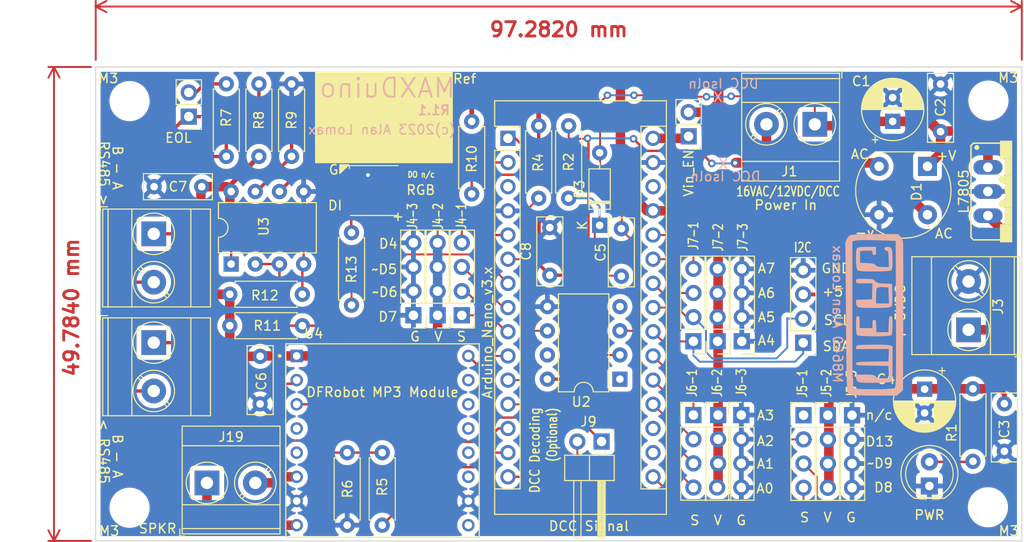
<source format=kicad_pcb>
(kicad_pcb (version 20211014) (generator pcbnew)
  (title_block (title "MAXDuino") (date "2023-05-26") (rev "1b") (comment 1 "RS485 / MP3 / LED / Sensor / I2C / DCC") (comment 2 "for Modular Rlwy Animations") (comment 3 "Arduino PCB"))
  (layers (0 "F.Cu" signal) (31 "B.Cu" signal) (34 "B.Paste" user) (35 "F.Paste" user) (36 "B.SilkS" user "B.Silkscreen") (37 "F.SilkS" user "F.Silkscreen") (38 "B.Mask" user) (39 "F.Mask" user) (44 "Edge.Cuts" user))
  (net 0 "")
  (net 1 "D1{slash}Tx")
  (net 2 "D0{slash}Rx")
  (net 4 "GND")
  (net 5 "D2 DE{slash}RE")
  (net 6 "DCC_Sig")
  (net 7 "D4")
  (net 8 "D5-PWM")
  (net 9 "D6-PWM")
  (net 10 "D7")
  (net 11 "D8")
  (net 12 "D9-PWM")
  (net 13 "D10")
  (net 14 "D11")
  (net 15 "D12")
  (net 16 "D13")
  (net 19 "A0")
  (net 20 "A1")
  (net 21 "A2")
  (net 22 "A3")
  (net 23 "A4 {slash} I2C SDA")
  (net 24 "A5 {slash} I2C SCL")
  (net 25 "A6")
  (net 26 "A7")
  (net 27 "+5V")
  (net 29 "Vin")
  (net 30 "Net-(C1-Pad1)")
  (net 31 "DCC_in1")
  (net 32 "Net-(C5-Pad1)")
  (net 33 "Net-(D2-Pad2)")
  (net 43 "Net-(J19-Pad1)")
  (net 44 "Net-(J19-Pad2)")
  (net 46 "Net-(J16-Pad1)")
  (net 47 "Net-(JR7-Pad2)")
  (net 48 "DCC_in2")
  (net 49 "Net-(J16-Pad2)")
  (net 50 "Net-(R5-Pad2)")
  (net 51 "D4-Hdr")
  (footprint "Diode_THT:Diode_Bridge_Round_D9.8mm" (layer "F.Cu") (at 189.484 81.9404 -90)
    (fp_text reference "D1")
    (fp_text value "B40C1500G" hide)
  )
  (footprint "Connector_PinHeader_2.54mm:PinHeader_1x04_P2.54mm_Vertical" (layer "F.Cu") (at 176.4628 108.0816)
    (fp_text reference "J5-1")
    (fp_text value "I/O" hide)
  )
  (footprint "Resistor_THT:R_Axial_DIN0207_L6.3mm_D2.5mm_P7.62mm_Horizontal" (layer "F.Cu") (at 123.815 95.377 180)
    (fp_text reference "R12")
    (fp_text value "10K" hide)
  )
  (footprint "MountingHole:MountingHole_3.2mm_M3" (layer "F.Cu") (at 195.834 117.7544)
    (fp_text reference "M3.2" hide)
    (fp_text value "M3")
  )
  (footprint "Connector_PinHeader_2.54mm:PinHeader_1x04_P2.54mm_Vertical" (layer "F.Cu") (at 164.8968 100.32 180)
    (fp_text reference "J7-1")
    (fp_text value "I/O" hide)
  )
  (footprint "MountingHole:MountingHole_3.2mm_M3" (layer "F.Cu") (at 195.8848 75.0316)
    (fp_text reference "M3.1" hide)
    (fp_text value "M3")
  )
  (footprint "DFRobot:MODULE_DFR0299" (layer "F.Cu") (at 132.2355 110.744)
    (fp_text reference "U4")
    (fp_text value "DFRobot MP3")
  )
  (footprint "Resistor_THT:R_Axial_DIN0207_L6.3mm_D2.5mm_P7.62mm_Horizontal" (layer "F.Cu") (at 122.682 80.899 90)
    (fp_text reference "R9")
    (fp_text value "20K" hide)
  )
  (footprint "Resistor_THT:R_Axial_DIN0207_L6.3mm_D2.5mm_P7.62mm_Horizontal" (layer "F.Cu") (at 119.253 80.899 90)
    (fp_text reference "R8")
    (fp_text value "20K" hide)
  )
  (footprint "Connector_PinHeader_2.54mm:PinHeader_1x04_P2.54mm_Vertical" (layer "F.Cu") (at 181.56 108.0816)
    (fp_text reference "J5-3")
    (fp_text value "GND" hide)
  )
  (footprint "Connector_PinHeader_2.54mm:PinHeader_1x04_P2.54mm_Vertical" (layer "F.Cu") (at 135.4836 97.5868 180)
    (fp_text reference "J4-3")
    (fp_text value "GND" hide)
  )
  (footprint "Capacitor_THT:CP_Radial_D6.3mm_P2.50mm" (layer "F.Cu") (at 185.8264 77.216 90)
    (fp_text reference "C1")
    (fp_text value "220uF")
  )
  (footprint "Resistor_THT:R_Axial_DIN0207_L6.3mm_D2.5mm_P7.62mm_Horizontal" (layer "F.Cu") (at 194.2592 105.3084 -90)
    (fp_text reference "R1")
    (fp_text value "6.8K")
  )
  (footprint "Resistor_THT:R_Axial_DIN0207_L6.3mm_D2.5mm_P7.62mm_Horizontal" (layer "F.Cu") (at 115.824 73.279 -90)
    (fp_text reference "R7")
    (fp_text value "120R" hide)
  )
  (footprint "Connector_PinHeader_2.54mm:PinHeader_1x02_P2.54mm_Vertical" (layer "F.Cu") (at 164.3888 78.7908 180)
    (fp_text reference "J2" hide)
    (fp_text value "Vin_EN")
  )
  (footprint "TerminalBlock_Phoenix:TerminalBlock_Phoenix_MKDS-3-2-5.08_1x02_P5.08mm_Horizontal" (layer "F.Cu") (at 113.792 115.189)
    (fp_text reference "J19")
    (fp_text value "SPKR")
  )
  (footprint "MountingHole:MountingHole_3.2mm_M3" (layer "F.Cu") (at 105.664 75.0824)
    (fp_text reference "M3.4" hide)
    (fp_text value "M3")
  )
  (footprint "Capacitor_THT:C_Disc_D7.0mm_W2.5mm_P5.00mm" (layer "F.Cu") (at 149.8092 93.3704 90)
    (fp_text reference "C8")
    (fp_text value "100nF")
  )
  (footprint "L7805:78XXS" (layer "F.Cu") (at 198.374 84.582 -90)
    (fp_text reference "U1" hide)
    (fp_text value "L7805")
  )
  (footprint "TerminalBlock_Phoenix:TerminalBlock_Phoenix_MKDS-3-2-5.08_1x02_P5.08mm_Horizontal" (layer "F.Cu") (at 108.204 100.457 -90)
    (fp_text reference "J17" hide)
    (fp_text value "< RS485")
  )
  (footprint "Connector_PinHeader_2.54mm:PinHeader_1x04_P2.54mm_Vertical" (layer "F.Cu") (at 167.4376 100.32 180)
    (fp_text reference "J7-2")
    (fp_text value "+5" hide)
  )
  (footprint "Connector_PinHeader_2.54mm:PinHeader_1x04_P2.54mm_Vertical" (layer "F.Cu") (at 179.0192 108.0816)
    (fp_text reference "J5-2")
    (fp_text value "+5" hide)
  )
  (footprint "Resistor_THT:R_Axial_DIN0207_L6.3mm_D2.5mm_P7.62mm_Horizontal" (layer "F.Cu") (at 132.207 119.634 90)
    (fp_text reference "R5")
    (fp_text value "680R" hide)
  )
  (footprint "Connector_PinHeader_2.54mm:PinHeader_1x04_P2.54mm_Vertical" (layer "F.Cu") (at 169.9768 100.32 180)
    (fp_text reference "J7-3")
    (fp_text value "GND" hide)
  )
  (footprint "Connector_PinHeader_2.54mm:PinHeader_1x04_P2.54mm_Vertical" (layer "F.Cu") (at 167.488 108.0616)
    (fp_text reference "J6-2")
    (fp_text value "+5" hide)
  )
  (footprint "Capacitor_THT:C_Disc_D7.0mm_W2.5mm_P5.00mm" (layer "F.Cu") (at 190.8556 78.2936 90)
    (fp_text reference "C2")
    (fp_text value "100nF" hide)
  )
  (footprint "" (layer "F.Cu") (at 131.191 78.613)
    (fp_text reference "")
    (fp_text value "")
  )
  (footprint "LED_THT:LED_D5.0mm" (layer "F.Cu") (at 189.6872 115.5192 90)
    (fp_text reference "D2" hide)
    (fp_text value "PWR")
  )
  (footprint "TerminalBlock_Phoenix:TerminalBlock_Phoenix_MKDS-3-2-5.08_1x02_P5.08mm_Horizontal" (layer "F.Cu") (at 193.802 99.1108 90)
    (fp_text reference "J3")
    (fp_text value "5VDC")
  )
  (footprint "Capacitor_THT:CP_Radial_D6.3mm_P2.50mm" (layer "F.Cu") (at 189.1792 105.345221 -90)
    (fp_text reference "C4")
    (fp_text value "220uF")
  )
  (footprint "Connector_PinHeader_2.54mm:PinHeader_1x04_P2.54mm_Vertical" (layer "F.Cu") (at 176.4284 100.4724 180)
    (fp_text reference "J8" hide)
    (fp_text value "I2C")
  )
  (footprint "Capacitor_THT:C_Disc_D7.0mm_W2.5mm_P5.00mm" (layer "F.Cu") (at 119.38 101.894 -90)
    (fp_text reference "C6")
    (fp_text value "100nF" hide)
  )
  (footprint "Capacitor_THT:C_Disc_D7.0mm_W2.5mm_P5.00mm" (layer "F.Cu") (at 113.244 84.074 180)
    (fp_text reference "C7")
    (fp_text value "100nF" hide)
  )
  (footprint "TerminalBlock_Phoenix:TerminalBlock_Phoenix_MKDS-3-2-5.08_1x02_P5.08mm_Horizontal" (layer "F.Cu") (at 177.6476 77.5208 180)
    (fp_text reference "J1")
    (fp_text value "16VAC/12VDC/DCC")
  )
  (footprint "Resistor_THT:R_Axial_DIN0207_L6.3mm_D2.5mm_P7.62mm_Horizontal" (layer "F.Cu") (at 141.605 84.836 90)
    (fp_text reference "R10")
    (fp_text value "10K" hide)
  )
  (footprint "Resistor_THT:R_Axial_DIN0207_L6.3mm_D2.5mm_P7.62mm_Horizontal" (layer "F.Cu") (at 128.524 112.014 -90)
    (fp_text reference "R6")
    (fp_text value "1K" hide)
  )
  (footprint "Capacitor_THT:C_Disc_D7.0mm_W2.5mm_P5.00mm" (layer "F.Cu") (at 197.5612 106.8724 -90)
    (fp_text reference "C3")
    (fp_text value "100nF" hide)
  )
  (footprint "Module:Arduino_Nano" (layer "F.Cu") (at 145.415 78.994)
    (fp_text reference "A1" hide)
    (fp_text value "Arduino_Nano_v3.x")
  )
  (footprint "TerminalBlock_Phoenix:TerminalBlock_Phoenix_MKDS-3-2-5.08_1x02_P5.08mm_Horizontal" (layer "F.Cu") (at 108.204 89.027 -90)
    (fp_text reference "J16" hide)
    (fp_text value "RS485 >")
  )
  (footprint "Connector_PinHeader_2.54mm:PinHeader_1x02_P2.54mm_Horizontal" (layer "F.Cu") (at 155.2448 110.8456 -90)
    (fp_text reference "J9")
    (fp_text value "DCC Signal")
  )
  (footprint "Connector_PinHeader_2.54mm:PinHeader_1x04_P2.54mm_Vertical" (layer "F.Cu") (at 164.8968 108.0616)
    (fp_text reference "J6-1")
    (fp_text value "I/O" hide)
  )
  (footprint "Diode_THT:D_DO-35_SOD27_P7.62mm_Horizontal" (layer "F.Cu") (at 155.0416 88.138 90)
    (fp_text reference "D3")
    (fp_text value "1N914")
  )
  (footprint "Package_DIP:DIP-8_W7.62mm" (layer "F.Cu") (at 116.332 92.202 90)
    (fp_text reference "U3")
    (fp_text value "MAX485E" hide)
  )
  (footprint "Package_DIP:DIP-8_W7.62mm" (layer "F.Cu") (at 157.1752 104.2924 180)
    (fp_text reference "U2")
    (fp_text value "6N137" hide)
  )
  (footprint "Connector_PinHeader_2.54mm:PinHeader_1x04_P2.54mm_Vertical" (layer "F.Cu") (at 138.0244 97.5868 180)
    (fp_text reference "J4-2")
    (fp_text value "+5" hide)
  )
  (footprint "Resistor_THT:R_Axial_DIN0207_L6.3mm_D2.5mm_P7.62mm_Horizontal" (layer "F.Cu") (at 123.815 98.679 180)
    (fp_text reference "R11")
    (fp_text value "10K" hide)
  )
  (footprint "Resistor_THT:R_Axial_DIN0207_L6.3mm_D2.5mm_P7.62mm_Horizontal" (layer "F.Cu") (at 151.7904 77.6732 -90)
    (fp_text reference "R2")
    (fp_text value "2K2" hide)
  )
  (footprint "MountingHole:MountingHole_3.2mm_M3" (layer "F.Cu") (at 105.664 117.8052)
    (fp_text reference "M3.3" hide)
    (fp_text value "M3")
  )
  (footprint "" (layer "F.Cu") (at 181.483 78.359)
    (fp_text reference "")
    (fp_text value "")
  )
  (footprint "Connector_PinHeader_2.54mm:PinHeader_1x04_P2.54mm_Vertical" (layer "F.Cu") (at 169.928 108.0616)
    (fp_text reference "J6-3")
    (fp_text value "GND" hide)
  )
  (footprint "LED_SMD:LED_Inolux_IN-PI554FCH_PLCC4_5.0x5.0mm_P3.2mm" (layer "F.Cu") (at 131.3688 84.4804)
    (fp_text reference "D4")
    (fp_text value "Inolux_IN-PI554FCH")
  )
  (footprint "Capacitor_THT:C_Disc_D7.0mm_W2.5mm_P5.00mm" (layer "F.Cu") (at 157.3276 93.4828 90)
    (fp_text reference "C5")
    (fp_text value ".001uF" hide)
  )
  (footprint "Resistor_THT:R_Axial_DIN0207_L6.3mm_D2.5mm_P7.62mm_Horizontal" (layer "F.Cu") (at 148.6408 85.2932 90)
    (fp_text reference "R4")
    (fp_text value "470R" hide)
  )
  (footprint "Resistor_THT:R_Axial_DIN0207_L6.3mm_D2.5mm_P7.62mm_Horizontal" (layer "F.Cu") (at 128.9812 96.52 90)
    (fp_text reference "R13")
    (fp_text value "330R" hide)
  )
  (footprint "Connector_PinHeader_2.54mm:PinHeader_1x04_P2.54mm_Vertical" (layer "F.Cu") (at 140.5652 97.5868 180)
    (fp_text reference "J4-1")
    (fp_text value "I/O" hide)
  )
  (footprint "Connector_PinHeader_2.54mm:PinHeader_1x02_P2.54mm_Vertical" (layer "F.Cu") (at 111.887 76.713 180)
    (fp_text reference "JR7" hide)
    (fp_text value "EOL")
  )
  (footprint "LOGO" (layer "B.Cu") (at 183.988086 97.488076 90)
    (fp_text reference "G***" hide)
    (fp_text value "LOGO" hide)
  )
  (gr_poly (pts (xy 127.762 82.6516) (xy 127.762 81.788) (xy 128.6764 81.788)) (layer "F.SilkS") (width 0.15) (fill solid))
  (gr_rect (start 125.222 72.0344) (end 139.5476 81.534) (layer "F.SilkS") (width 0.15) (fill solid))
  (gr_line (start 102.108 71.501) (end 199.39 71.501) (layer "Edge.Cuts") (width 0.1))
  (gr_line (start 199.39 121.285) (end 199.39 71.501) (layer "Edge.Cuts") (width 0.1))
  (gr_line (start 102.108 121.285) (end 102.108 71.501) (layer "Edge.Cuts") (width 0.1))
  (gr_line (start 102.108 121.285) (end 199.39 121.285) (layer "Edge.Cuts") (width 0.1))
  (gr_text "DCC Isoln" (at 168.0464 73.2536) (layer "B.SilkS") (effects (font (size 1 1)) (justify mirror)))
  (gr_text "X" (at 168.0464 81.6864) (layer "B.SilkS") (effects (font (size 1 1)) (justify mirror)))
  (gr_text "M8640 Alan Lomax " (at 180.0352 97.0788 270) (layer "B.SilkS") (effects (font (size 1 1)) (justify mirror)))
  (gr_text "R1.1" (at 137.6172 76.0476) (layer "B.SilkS") (effects (font (size 1 1) (thickness 0.2)) (justify mirror)))
  (gr_text "DCC Isoln" (at 168.2496 83.0072) (layer "B.SilkS") (effects (font (size 1 1)) (justify mirror)))
  (gr_text "MAXDuino" (at 132.7404 73.7108) (layer "B.SilkS") (effects (font (size 2 2) (thickness 0.2)) (justify mirror)))
  (gr_text "(c)2023 Alan Lomax " (at 131.7752 78.0796) (layer "B.SilkS") (effects (font (size 1 1)) (justify mirror)))
  (gr_text "X" (at 167.4876 74.676) (layer "B.SilkS") (effects (font (size 1 1)) (justify mirror)))
  (gr_text "D7" (at 132.7912 97.7392) (layer "F.SilkS") (effects (font (size 1 1))))
  (gr_text "+" (at 133.858 87.1728) (layer "F.SilkS") (effects (font (size 1 1))))
  (gr_text "-v" (at 182.88 88.9) (layer "F.SilkS") (effects (font (size 1 1))))
  (gr_text "A7" (at 172.5676 92.6592) (layer "F.SilkS") (effects (font (size 1 1))))
  (gr_text "+" (at 186.69 99.6188 90) (layer "F.SilkS") (effects (font (size 1 1))))
  (gr_text "D8" (at 184.8612 115.6716) (layer "F.SilkS") (effects (font (size 1 1))))
  (gr_text "B - A" (at 104.394 112.395 270) (layer "F.SilkS") (effects (font (size 1 1))))
  (gr_text "D4" (at 132.842 90.0684) (layer "F.SilkS") (effects (font (size 1 1))))
  (gr_text "A3" (at 172.466 108.1024) (layer "F.SilkS") (effects (font (size 1 1))))
  (gr_text "(Optional)" (at 150.0632 110.1344 90) (layer "F.SilkS") (effects (font (size 1 0.75))))
  (gr_text "A0" (at 172.4152 115.7732) (layer "F.SilkS") (effects (font (size 1 1))))
  (gr_text "S  V  G" (at 179.0192 118.8212) (layer "F.SilkS") (effects (font (size 1 1))))
  (gr_text "~D5" (at 132.4356 92.7608) (layer "F.SilkS") (effects (font (size 1 1))))
  (gr_text "A5" (at 172.5676 97.79) (layer "F.SilkS") (effects (font (size 1 1))))
  (gr_text "-" (at 186.7408 92.456 90) (layer "F.SilkS") (effects (font (size 1 1))))
  (gr_text "~D9" (at 184.5056 113.1316) (layer "F.SilkS") (effects (font (size 1 1))))
  (gr_text "DI" (at 127.254 86.0552) (layer "F.SilkS") (effects (font (size 1 1))))
  (gr_text "RGB" (at 136.2456 84.4296) (layer "F.SilkS") (effects (font (size 1 1))))
  (gr_text "Ref" (at 140.8684 72.7456) (layer "F.SilkS") (effects (font (size 1 1))))
  (gr_text "B - A" (at 104.394 82.0928 270) (layer "F.SilkS") (effects (font (size 1 1))))
  (gr_text "+5" (at 179.5272 95.0976) (layer "F.SilkS") (effects (font (size 1 1))))
  (gr_text "A4" (at 172.5676 100.2284) (layer "F.SilkS") (effects (font (size 1 1))))
  (gr_text "S  V  G" (at 167.4876 119.126) (layer "F.SilkS") (effects (font (size 1 1))))
  (gr_text "GND" (at 179.8828 92.6592) (layer "F.SilkS") (effects (font (size 1 1))))
  (gr_text "A6" (at 172.5676 95.25) (layer "F.SilkS") (effects (font (size 1 1))))
  (gr_text "SCL" (at 179.9844 98.0948) (layer "F.SilkS") (effects (font (size 1 1))))
  (gr_text "A2" (at 172.466 110.7948) (layer "F.SilkS") (effects (font (size 1 1))))
  (gr_text "+V" (at 191.4652 80.8228) (layer "F.SilkS") (effects (font (size 1 1))))
  (gr_text "A1" (at 172.466 113.1824) (layer "F.SilkS") (effects (font (size 1 1))))
  (gr_text "AC" (at 191.2112 89.0016) (layer "F.SilkS") (effects (font (size 1 1))))
  (gr_text "AC" (at 182.372 80.6704) (layer "F.SilkS") (effects (font (size 1 1))))
  (gr_text "G" (at 127.1016 82.296) (layer "F.SilkS") (effects (font (size 1 1))))
  (gr_text "DO n/c" (at 136.2964 82.804) (layer "F.SilkS") (effects (font (size 0.6 0.5) (thickness 0.125))))
  (gr_text "SDA" (at 179.8828 100.838) (layer "F.SilkS") (effects (font (size 1 1))))
  (gr_text "G  V  S" (at 138.0744 99.822) (layer "F.SilkS") (effects (font (size 1 1))))
  (gr_text "n/c" (at 184.404 108.0516) (layer "F.SilkS") (effects (font (size 1 1))))
  (gr_text "~D6" (at 132.4864 95.1484) (layer "F.SilkS") (effects (font (size 1 1))))
  (gr_text "D13" (at 184.4548 110.8456) (layer "F.SilkS") (effects (font (size 1 1))))
  (gr_text "Power In" (at 174.5996 86.0044) (layer "F.SilkS") (effects (font (size 1 1))))
  (gr_text "DCC Decoding" (at 148.2344 111.76 90) (layer "F.SilkS") (effects (font (size 1 0.85))))
  (dimension (type aligned) (layer "F.Cu") (pts (xy 102.108 71.501) (xy 102.108 121.285)) (height 4.384719) (gr_text "49.7840 mm" (at 99.568 96.774 90) (layer "F.Cu") (effects (font (size 1.5 1.5) (thickness 0.3)))) (format (units 3) (units_format 1) (precision 4)) (style (thickness 0.2) (arrow_length 1.27) (text_position_mode 2) (extension_height 0.58642) (extension_offset 0.5) keep_text_aligned))
  (dimension (type aligned) (layer "F.Cu") (pts (xy 102.108 71.247) (xy 199.39 71.247)) (height -6.096) (gr_text "97.2820 mm" (at 150.749 67.564) (layer "F.Cu") (effects (font (size 1.5 1.5) (thickness 0.3)))) (format (units 3) (units_format 1) (precision 4)) (style (thickness 0.2) (arrow_length 1.27) (text_position_mode 2) (extension_height 0.58642) (extension_offset 0.5) keep_text_aligned))
  (segment (start 127.1016 87.0712) (end 127.1016 84.074) (width 0.25) (layer "F.Cu") (net 1))
  (segment (start 146.41348 82.82152) (end 146.812 82.423) (width 0.25) (layer "F.Cu") (net 1))
  (segment (start 140.5636 86.3092) (end 143.0528 86.3092) (width 0.25) (layer "F.Cu") (net 1))
  (segment (start 123.952 90.2208) (end 127.1016 87.0712) (width 0.25) (layer "F.Cu") (net 1))
  (segment (start 138.3284 84.074) (end 140.5636 86.3092) (width 0.25) (layer "F.Cu") (net 1))
  (segment (start 143.637 82.82152) (end 146.41348 82.82152) (width 0.25) (layer "F.Cu") (net 1))
  (segment (start 146.177 78.994) (end 145.415 78.994) (width 0.25) (layer "F.Cu") (net 1))
  (segment (start 123.952 92.202) (end 123.952 90.2208) (width 0.25) (layer "F.Cu") (net 1))
  (segment (start 146.812 82.423) (end 146.812 79.629) (width 0.25) (layer "F.Cu") (net 1))
  (segment (start 143.0528 86.3092) (end 143.637 85.725) (width 0.25) (layer "F.Cu") (net 1))
  (segment (start 127.1016 84.074) (end 138.3284 84.074) (width 0.25) (layer "F.Cu") (net 1))
  (segment (start 143.637 85.725) (end 143.637 82.804) (width 0.25) (layer "F.Cu") (net 1))
  (segment (start 146.812 79.629) (end 146.177 78.994) (width 0.25) (layer "F.Cu") (net 1))
  (segment (start 123.815 95.377) (end 123.815 92.339) (width 0.25) (layer "F.Cu") (net 1))
  (segment (start 116.8908 90.2716) (end 123.166322 90.2716) (width 0.25) (layer "F.Cu") (net 2))
  (segment (start 126.8984 81.534) (end 141.605 81.534) (width 0.25) (layer "F.Cu") (net 2))
  (segment (start 141.605 81.534) (end 141.605 84.836) (width 0.25) (layer "F.Cu") (net 2))
  (segment (start 123.166322 90.2716) (end 126.65592 86.782002) (width 0.25) (layer "F.Cu") (net 2))
  (segment (start 116.332 90.8304) (end 116.8908 90.2716) (width 0.25) (layer "F.Cu") (net 2))
  (segment (start 116.332 92.202) (end 116.332 90.8304) (width 0.25) (layer "F.Cu") (net 2))
  (segment (start 126.65592 86.782002) (end 126.65592 81.77648) (width 0.25) (layer "F.Cu") (net 2))
  (segment (start 145.415 81.534) (end 141.605 81.534) (width 0.25) (layer "F.Cu") (net 2))
  (segment (start 126.65592 81.77648) (end 126.8984 81.534) (width 0.25) (layer "F.Cu") (net 2))
  (segment (start 130.7084 82.8548) (end 128.9444 82.8548) (width 0.5) (layer "F.Cu") (net 4))
  (via (at 130.7084 82.8548) (size 0.8) (drill 0.4) (layers "F.Cu" "B.Cu") (net 4))
  (segment (start 118.872 92.202) (end 121.412 92.202) (width 0.25) (layer "F.Cu") (net 5))
  (segment (start 127.5588 87.376) (end 127.5588 84.5312) (width 0.25) (layer "F.Cu") (net 5))
  (segment (start 142.86712 86.70772) (end 143.4592 87.2998) (width 0.25) (layer "F.Cu") (net 5))
  (segment (start 121.412 97.917) (end 122.174 98.679) (width 0.25) (layer "F.Cu") (net 5))
  (segment (start 121.412 92.202) (end 121.412 97.917) (width 0.25) (layer "F.Cu") (net 5))
  (segment (start 125.476 98.679) (end 125.603 98.552) (width 0.25) (layer "F.Cu") (net 5))
  (segment (start 138.222008 84.5312) (end 140.398528 86.70772) (width 0.25) (layer "F.Cu") (net 5))
  (segment (start 122.174 98.679) (end 123.815 98.679) (width 0.25) (layer "F.Cu") (net 5))
  (segment (start 125.603 89.3318) (end 127.5588 87.376) (width 0.25) (layer "F.Cu") (net 5))
  (segment (start 123.815 98.679) (end 125.476 98.679) (width 0.25) (layer "F.Cu") (net 5))
  (segment (start 143.4592 89.0016) (end 143.6116 89.154) (width 0.25) (layer "F.Cu") (net 5))
  (segment (start 127.5588 84.5312) (end 138.222008 84.5312) (width 0.25) (layer "F.Cu") (net 5))
  (segment (start 143.6116 89.154) (end 145.415 89.154) (width 0.25) (layer "F.Cu") (net 5))
  (segment (start 140.398528 86.70772) (end 142.86712 86.70772) (width 0.25) (layer "F.Cu") (net 5))
  (segment (start 125.603 98.552) (end 125.603 89.3318) (width 0.25) (layer "F.Cu") (net 5))
  (segment (start 143.4592 87.2998) (end 143.4592 89.027) (width 0.25) (layer "F.Cu") (net 5))
  (segment (start 147.32 98.9584) (end 147.32 91.7448) (width 0.2) (layer "F.Cu") (net 6))
  (segment (start 147.574 99.2124) (end 147.32 98.9584) (width 0.2) (layer "F.Cu") (net 6))
  (segment (start 147.32 86.614) (end 147.32 91.694) (width 0.2) (layer "F.Cu") (net 6))
  (segment (start 147.32 91.694) (end 145.415 91.694) (width 0.2) (layer "F.Cu") (net 6))
  (segment (start 148.6408 85.2932) (end 147.32 86.614) (width 0.2) (layer "F.Cu") (net 6))
  (segment (start 149.5552 99.2124) (end 147.574 99.2124) (width 0.2) (layer "F.Cu") (net 6))
  (segment (start 142.367 91.186) (end 129.6924 91.186) (width 0.2) (layer "F.Cu") (net 7))
  (segment (start 129.6924 91.186) (end 128.9812 91.8972) (width 0.2) (layer "F.Cu") (net 7))
  (segment (start 145.415 94.234) (end 142.367 91.186) (width 0.2) (layer "F.Cu") (net 7))
  (segment (start 128.9812 91.8972) (end 128.9812 96.52) (width 0.2) (layer "F.Cu") (net 7))
  (segment (start 140.6652 92.5068) (end 144.9324 96.774) (width 0.2) (layer "F.Cu") (net 8))
  (segment (start 140.97 95.0468) (end 145.2372 99.314) (width 0.2) (layer "F.Cu") (net 9))
  (segment (start 144.0688 101.854) (end 145.415 101.854) (width 0.2) (layer "F.Cu") (net 10))
  (segment (start 143.3576 98.9076) (end 143.3576 101.1428) (width 0.2) (layer "F.Cu") (net 10))
  (segment (start 143.3576 101.1428) (end 144.0688 101.854) (width 0.2) (layer "F.Cu") (net 10))
  (segment (start 142.0368 97.5868) (end 143.3576 98.9076) (width 0.2) (layer "F.Cu") (net 10))
  (segment (start 141.1478 97.5868) (end 142.0368 97.5868) (width 0.2) (layer "F.Cu") (net 10))
  (segment (start 176.4628 117.1104) (end 176.4628 115.7016) (width 0.2) (layer "F.Cu") (net 11))
  (segment (start 145.415 104.394) (end 148.082 104.394) (width 0.2) (layer "F.Cu") (net 11))
  (segment (start 176.1236 117.4496) (end 176.4628 117.1104) (width 0.2) (layer "F.Cu") (net 11))
  (segment (start 148.082 117.4496) (end 176.1236 117.4496) (width 0.2) (layer "F.Cu") (net 11))
  (segment (start 148.082 104.394) (end 148.082 117.4496) (width 0.2) (layer "F.Cu") (net 11))
  (segment (start 147.6248 107.4928) (end 147.066 106.934) (width 0.2) (layer "F.Cu") (net 12))
  (segment (start 176.4628 113.1616) (end 177.8508 114.5496) (width 0.2) (layer "F.Cu") (net 12))
  (segment (start 177.8508 114.5496) (end 177.8508 117.8052) (width 0.2) (layer "F.Cu") (net 12))
  (segment (start 177.8508 117.8052) (end 147.6248 117.8052) (width 0.2) (layer "F.Cu") (net 12))
  (segment (start 147.6248 117.8052) (end 147.6248 107.4928) (width 0.2) (layer "F.Cu") (net 12))
  (segment (start 147.066 106.934) (end 145.415 106.934) (width 0.2) (layer "F.Cu") (net 12))
  (segment (start 144.399 109.474) (end 145.415 109.474) (width 0.25) (layer "F.Cu") (net 13))
  (segment (start 143.002 110.871) (end 144.399 109.474) (width 0.25) (layer "F.Cu") (net 13))
  (segment (start 123.2185 106.934) (end 130.517489 106.934) (width 0.25) (layer "F.Cu") (net 13))
  (segment (start 130.517489 106.934) (end 134.454489 110.871) (width 0.25) (layer "F.Cu") (net 13))
  (segment (start 134.454489 110.871) (end 143.002 110.871) (width 0.25) (layer "F.Cu") (net 13))
  (segment (start 138.303 113.538) (end 142.494 113.538) (width 0.25) (layer "F.Cu") (net 14))
  (segment (start 132.207 119.634) (end 138.303 113.538) (width 0.25) (layer "F.Cu") (net 14))
  (segment (start 142.494 113.538) (end 144.018 112.014) (width 0.25) (layer "F.Cu") (net 14))
  (segment (start 144.018 112.014) (end 145.415 112.014) (width 0.25) (layer "F.Cu") (net 14))
  (segment (start 147.066 114.173) (end 146.685 114.554) (width 0.25) (layer "F.Cu") (net 15))
  (segment (start 147.066 108.712) (end 147.066 114.173) (width 0.25) (layer "F.Cu") (net 15))
  (segment (start 144.399 108.331) (end 146.685 108.331) (width 0.25) (layer "F.Cu") (net 15))
  (segment (start 141.2525 101.854) (end 143.51 104.1115) (width 0.25) (layer "F.Cu") (net 15))
  (segment (start 143.51 107.442) (end 144.399 108.331) (width 0.25) (layer "F.Cu") (net 15))
  (segment (start 146.685 108.331) (end 147.066 108.712) (width 0.25) (layer "F.Cu") (net 15))
  (segment (start 143.51 104.1115) (end 143.51 107.315) (width 0.25) (layer "F.Cu") (net 15))
  (segment (start 146.685 114.554) (end 145.415 114.554) (width 0.25) (layer "F.Cu") (net 15))
  (segment (start 174.6504 116.9924) (end 174.9044 116.7384) (width 0.2) (layer "F.Cu") (net 16))
  (segment (start 174.9044 116.7384) (end 174.9044 110.6216) (width 0.2) (layer "F.Cu") (net 16))
  (segment (start 163.0934 116.9924) (end 174.6504 116.9924) (width 0.2) (layer "F.Cu") (net 16))
  (segment (start 174.9044 110.6216) (end 177.2756 110.6216) (width 0.2) (layer "F.Cu") (net 16))
  (segment (start 160.655 114.554) (end 163.0934 116.9924) (width 0.2) (layer "F.Cu") (net 16))
  (segment (start 162.72656 113.51136) (end 164.8968 115.6816) (width 0.2) (layer "F.Cu") (net 19))
  (segment (start 162.72656 109.00556) (end 162.72656 113.51136) (width 0.2) (layer "F.Cu") (net 19))
  (segment (start 160.655 106.934) (end 162.72656 109.00556) (width 0.2) (layer "F.Cu") (net 19))
  (segment (start 160.655 104.394) (end 163.07508 106.81408) (width 0.2) (layer "F.Cu") (net 20))
  (segment (start 163.07508 111.31988) (end 164.8968 113.1416) (width 0.2) (layer "F.Cu") (net 20))
  (segment (start 163.07508 106.81408) (end 163.07508 111.31988) (width 0.2) (layer "F.Cu") (net 20))
  (segment (start 163.7184 109.4232) (end 164.8968 110.6016) (width 0.2) (layer "F.Cu") (net 21))
  (segment (start 163.4236 104.6226) (end 163.4236 109.4232) (width 0.2) (layer "F.Cu") (net 21))
  (segment (start 160.655 101.854) (end 163.4236 104.6226) (width 0.2) (layer "F.Cu") (net 21))
  (segment (start 163.4236 109.4232) (end 163.7184 109.4232) (width 0.2) (layer "F.Cu") (net 21))
  (segment (start 160.655 99.314) (end 164.8968 103.5558) (width 0.2) (layer "F.Cu") (net 22))
  (segment (start 164.8968 103.5558) (end 164.8968 108.0616) (width 0.2) (layer "F.Cu") (net 22))
  (segment (start 162.0012 96.774) (end 163.1188 97.8916) (width 0.2) (layer "F.Cu") (net 23))
  (segment (start 163.576 100.33) (end 164.8968 100.33) (width 0.2) (layer "F.Cu") (net 23))
  (segment (start 160.655 96.774) (end 162.0012 96.774) (width 0.2) (layer "F.Cu") (net 23))
  (segment (start 163.1188 97.8916) (end 163.1188 99.8728) (width 0.2) (layer "F.Cu") (net 23))
  (segment (start 163.1188 99.8728) (end 163.576 100.33) (width 0.2) (layer "F.Cu") (net 23))
  (segment (start 175.5648 102.4636) (end 176.4284 101.6) (width 0.2) (layer "B.Cu") (net 23))
  (segment (start 164.8968 101.8032) (end 165.5572 102.4636) (width 0.2) (layer "B.Cu") (net 23))
  (segment (start 165.5572 102.4636) (end 175.5648 102.4636) (width 0.2) (layer "B.Cu") (net 23))
  (segment (start 164.8968 100.33) (end 164.8968 101.8032) (width 0.2) (layer "B.Cu") (net 23))
  (segment (start 176.4284 101.6) (end 176.4284 100.4724) (width 0.2) (layer "B.Cu") (net 23))
  (segment (start 160.655 94.234) (end 164.211 97.79) (width 0.2) (layer "F.Cu") (net 24))
  (segment (start 174.7928 97.9324) (end 174.752 97.8916) (width 0.2) (layer "B.Cu") (net 24))
  (segment (start 166.2176 101.4476) (end 166.2176 99.1108) (width 0.2) (layer "B.Cu") (net 24))
  (segment (start 173.62732 102.11508) (end 166.88508 102.11508) (width 0.2) (layer "B.Cu") (net 24))
  (segment (start 176.4284 97.9324) (end 174.7928 97.9324) (width 0.2) (layer "B.Cu") (net 24))
  (segment (start 166.2176 99.1108) (end 164.8968 97.79) (width 0.2) (layer "B.Cu") (net 24))
  (segment (start 174.752 97.8916) (end 174.752 100.9904) (width 0.2) (layer "B.Cu") (net 24))
  (segment (start 166.88508 102.11508) (end 166.2176 101.4476) (width 0.2) (layer "B.Cu") (net 24))
  (segment (start 174.752 100.9904) (end 173.62732 102.11508) (width 0.2) (layer "B.Cu") (net 24))
  (segment (start 160.655 91.694) (end 162.052 91.694) (width 0.2) (layer "F.Cu") (net 25))
  (segment (start 162.6108 92.2528) (end 162.6108 94.234) (width 0.2) (layer "F.Cu") (net 25))
  (segment (start 162.6108 94.234) (end 163.6268 95.25) (width 0.2) (layer "F.Cu") (net 25))
  (segment (start 163.6268 95.25) (end 164.8968 95.25) (width 0.2) (layer "F.Cu") (net 25))
  (segment (start 162.052 91.694) (end 162.6108 92.2528) (width 0.2) (layer "F.Cu") (net 25))
  (segment (start 163.322 89.154) (end 160.655 89.154) (width 0.2) (layer "F.Cu") (net 26))
  (segment (start 164.8968 90.7288) (end 163.322 89.154) (width 0.2) (layer "F.Cu") (net 26))
  (segment (start 164.8968 92.71) (end 164.8968 90.7288) (width 0.2) (layer "F.Cu") (net 26))
  (segment (start 116.195 98.679) (end 116.195 101.7678) (width 1) (layer "F.Cu") (net 27))
  (segment (start 197.1548 88.4428) (end 195.834 87.122) (width 1) (layer "F.Cu") (net 27))
  (segment (start 116.205 86.741) (end 125.603 86.741) (width 1) (layer "F.Cu") (net 27))
  (segment (start 138.0244 89.9668) (end 138.0244 86.4624) (width 0.2) (layer "F.Cu") (net 27))
  (segment (start 195.6308 105.3592) (end 195.58 105.3084) (width 1) (layer "F.Cu") (net 27))
  (segment (start 178.2572 104.8004) (end 178.3588 104.6988) (width 0.4) (layer "F.Cu") (net 27))
  (segment (start 148.6408 77.6732) (end 148.6408 72.9488) (width 0.5) (layer "F.Cu") (net 27))
  (segment (start 152.3492 93.472) (end 152.3492 102.87) (width 0.35) (layer "F.Cu") (net 27))
  (segment (start 123.2185 101.854) (end 136.4488 101.854) (width 1) (layer "F.Cu") (net 27))
  (segment (start 184.9628 105.3084) (end 197.1548 105.3084) (width 1) (layer "F.Cu") (net 27))
  (segment (start 196.7484 99.1108) (end 193.802 99.1108) (width 1) (layer "F.Cu") (net 27))
  (segment (start 157.226 72.9996) (end 157.1752 72.9488) (width 1) (layer "F.Cu") (net 27))
  (segment (start 160.655 86.614) (end 164.6428 86.614) (width 1) (layer "F.Cu") (net 27))
  (segment (start 138.0244 86.4624) (end 137.6424 86.0804) (width 0.2) (layer "F.Cu") (net 27))
  (segment (start 164.6428 86.614) (end 167.4876 89.4588) (width 1) (layer "F.Cu") (net 27))
  (segment (start 113.538 95.377) (end 113.157 94.996) (width 1) (layer "F.Cu") (net 27))
  (segment (start 178.5928 96.0736) (end 177.9116 95.3924) (width 0.2) (layer "F.Cu") (net 27))
  (segment (start 179.1208 115.6816) (end 179.1208 105.3592) (width 1) (layer "F.Cu") (net 27))
  (segment (start 116.195 98.679) (end 116.195 95.377) (width 1) (layer "F.Cu") (net 27))
  (segment (start 160.02 86.614) (end 157.226 83.82) (width 1) (layer "F.Cu") (net 27))
  (segment (start 116.195 101.7678) (end 116.3212 101.894) (width 1) (layer "F.Cu") (net 27))
  (segment (start 141.5796 72.9996) (end 156.972 72.9996) (width 1) (layer "F.Cu") (net 27))
  (segment (start 150.2156 86.3092) (end 150.2156 81.0768) (width 0.35) (layer "F.Cu") (net 27))
  (segment (start 179.1208 105.3592) (end 179.0192 105.2576) (width 1) (layer "F.Cu") (net 27))
  (segment (start 177.9116 95.3924) (end 176.4284 95.3924) (width 0.4) (layer "F.Cu") (net 27))
  (segment (start 149.8092 93.3704) (end 152.2476 93.3704) (width 0.35) (layer "F.Cu") (net 27))
  (segment (start 197.1548 105.3084) (end 197.1548 88.4428) (width 1) (layer "F.Cu") (net 27))
  (segment (start 157.226 83.82) (end 157.226 72.9996) (width 1) (layer "F.Cu") (net 27))
  (segment (start 119.42 101.854) (end 123.2185 101.854) (width 1) (layer "F.Cu") (net 27))
  (segment (start 148.685689 87.839111) (end 150.2156 86.3092) (width 0.35) (layer "F.Cu") (net 27))
  (segment (start 148.685689 92.246889) (end 148.685689 87.839111) (width 0.35) (layer "F.Cu") (net 27))
  (segment (start 137.6424 86.0804) (end 133.8188 86.0804) (width 0.2) (layer "F.Cu") (net 27))
  (segment (start 152.3492 102.87) (end 150.9268 104.2924) (width 0.35) (layer "F.Cu") (net 27))
  (segment (start 177.9424 95.3924) (end 177.9116 95.3924) (width 0.4) (layer "F.Cu") (net 27))
  (segment (start 141.605 77.216) (end 141.605 73.025) (width 0.5) (layer "F.Cu") (net 27))
  (segment (start 195.6308 105.3592) (end 195.326 105.3592) (width 1) (layer "F.Cu") (net 27))
  (segment (start 119.253 80.899) (end 116.332 83.82) (width 0.5) (layer "F.Cu") (net 27))
  (segment (start 167.4876 89.4588) (end 167.4876 115.5192) (width 1) (layer "F.Cu") (net 27))
  (segment (start 125.8824 86.4616) (end 125.8824 72.9996) (width 1) (layer "F.Cu") (net 27))
  (segment (start 156.972 72.9996) (end 157.0228 73.0504) (width 1) (layer "F.Cu") (net 27))
  (segment (start 197.5612 106.8724) (end 197.5612 105.8672) (width 0.5) (layer "F.Cu") (net 27))
  (segment (start 178.3588 104.6988) (end 178.3588 95.8088) (width 0.4) (layer "F.Cu") (net 27))
  (segment (start 116.195 95.377) (end 113.538 95.377) (width 1) (layer "F.Cu") (net 27))
  (segment (start 149.5552 80.4164) (end 148.6408 80.4164) (width 0.35) (layer "F.Cu") (net 27))
  (segment (start 152.2476 93.3704) (end 152.3492 93.472) (width 0.35) (layer "F.Cu") (net 27))
  (segment (start 178.3588 95.8088) (end 177.9424 95.3924) (width 0.4) (layer "F.Cu") (net 27))
  (segment (start 125.8824 72.9996) (end 141.5796 72.9996) (width 1) (layer "F.Cu") (net 27))
  (segment (start 195.58 105.3084) (end 168.402 105.3084) (width 1) (layer "F.Cu") (net 27))
  (segment (start 113.244 84.074) (end 115.824 84.074) (width 1) (layer "F.Cu") (net 27))
  (segment (start 125.603 86.741) (end 125.8824 86.4616) (width 1) (layer "F.Cu") (net 27))
  (segment (start 116.205 84.709) (end 116.205 86.741) (width 1) (layer "F.Cu") (net 27))
  (segment (start 150.9268 104.2924) (end 149.5552 104.2924) (width 0.35) (layer "F.Cu") (net 27))
  (segment (start 150.2156 81.0768) (end 149.5552 80.4164) (width 0.35) (layer "F.Cu") (net 27))
  (segment (start 115.824 84.074) (end 116.332 84.582) (width 1) (layer "F.Cu") (net 27))
  (segment (start 116.3212 101.894) (end 119.38 101.894) (width 1) (layer "F.Cu") (net 27))
  (segment (start 148.6408 80.4164) (end 148.6408 77.6732) (width 0.35) (layer "F.Cu") (net 27))
  (segment (start 136.4488 101.854) (end 138.0244 100.2784) (width 1) (layer "F.Cu") (net 27))
  (segment (start 138.0244 100.2784) (end 138.0244 97.5868) (width 1) (layer "F.Cu") (net 27))
  (segment (start 149.8092 93.3704) (end 148.685689 92.246889) (width 0.35) (layer "F.Cu") (net 27))
  (segment (start 160.4772 86.614) (end 160.02 86.614) (width 1) (layer "F.Cu") (net 27))
  (segment (start 141.605 73.025) (end 141.5796 72.9996) (width 0.2) (layer "F.Cu") (net 27))
  (segment (start 113.157 94.996) (end 113.157 84.161) (width 1) (layer "F.Cu") (net 27))
  (segment (start 197.5612 105.8672) (end 197.0024 105.3084) (width 0.5) (layer "F.Cu") (net 27))
  (segment (start 138.0244 89.9668) (end 138.0244 97.5868) (width 1) (layer "B.Cu") (net 27))
  (segment (start 164.1856 78.994) (end 160.655 78.994) (width 1) (layer "F.Cu") (net 29))
  (segment (start 189.484 81.9404) (end 190.8556 80.5688) (width 1) (layer "F.Cu") (net 30))
  (segment (start 189.778 77.216) (end 185.8264 77.216) (width 1) (layer "F.Cu") (net 30))
  (segment (start 183.4896 77.216) (end 182.4228 76.1492) (width 1) (layer "F.Cu") (net 30))
  (segment (start 166.5732 76.2508) (end 164.4396 76.2508) (width 1) (layer "F.Cu") (net 30))
  (segment (start 189.651 77.216) (end 183.4896 77.216) (width 1) (layer "F.Cu") (net 30))
  (segment (start 193.675 78.232) (end 190.667 78.232) (width 1) (layer "F.Cu") (net 30))
  (segment (start 190.8556 80.5688) (end 190.8556 78.2936) (width 1) (layer "F.Cu") (net 30))
  (segment (start 195.834 80.391) (end 193.675 78.232) (width 1) (layer "F.Cu") (net 30))
  (segment (start 182.4228 76.1492) (end 182.4228 72.8472) (width 1) (layer "F.Cu") (net 30))
  (segment (start 190.8556 78.2936) (end 189.778 77.216) (width 1) (layer "F.Cu") (net 30))
  (segment (start 167.5384 72.7964) (end 167.5384 75.2856) (width 1) (layer "F.Cu") (net 30))
  (segment (start 182.4228 72.8472) (end 167.5892 72.8472) (width 1) (layer "F.Cu") (net 30))
  (segment (start 167.5384 75.2856) (end 166.5732 76.2508) (width 1) (layer "F.Cu") (net 30))
  (segment (start 195.834 82.042) (end 195.834 80.391) (width 1) (layer "F.Cu") (net 30))
  (segment (start 190.667 78.232) (end 189.651 77.216) (width 1) (layer "F.Cu") (net 30))
  (segment (start 157.3784 88.646) (end 158.6484 89.916) (width 0.2) (layer "F.Cu") (net 31))
  (segment (start 162.6108 74.6252) (end 162.4584 74.4728) (width 0.2) (layer "F.Cu") (net 31))
  (segment (start 182.9308 79.4004) (end 185.6232 79.4004) (width 1) (layer "F.Cu") (net 31))
  (segment (start 158.6484 99.2124) (end 158.3944 99.2124) (width 0.2) (layer "F.Cu") (net 31))
  (segment (start 177.6984 75.4888) (end 177.6476 75.5396) (width 0.2) (layer "F.Cu") (net 31))
  (segment (start 168.8592 74.5744) (end 176.784 74.5744) (width 0.2) (layer "F.Cu") (net 31))
  (segment (start 152.7048 112.1664) (end 152.9588 112.4204) (width 0.2) (layer "F.Cu") (net 31))
  (segment (start 186.8932 80.6704) (end 186.8932 84.4296) (width 1) (layer "F.Cu") (net 31))
  (segment (start 166.2684 74.6252) (end 162.6108 74.6252) (width 0.2) (layer "F.Cu") (net 31))
  (segment (start 176.784 74.5744) (end 177.6984 75.4888) (width 0.2) (layer "F.Cu") (net 31))
  (segment (start 152.9588 112.4204) (end 158.3436 112.4204) (width 0.2) (layer "F.Cu") (net 31))
  (segment (start 158.6484 89.916) (end 158.6484 99.2124) (width 0.2) (layer "F.Cu") (net 31))
  (segment (start 157.3784 85.2424) (end 157.3784 88.646) (width 0.2) (layer "F.Cu") (net 31))
  (segment (start 177.6476 75.5396) (end 177.6476 77.5208) (width 0.2) (layer "F.Cu") (net 31))
  (segment (start 155.0924 82.9564) (end 157.3784 85.2424) (width 0.2) (layer "F.Cu") (net 31))
  (segment (start 155.0924 75.2348) (end 155.0924 82.9564) (width 0.2) (layer "F.Cu") (net 31))
  (segment (start 186.8932 84.4296) (end 189.484 87.0204) (width 1) (layer "F.Cu") (net 31))
  (segment (start 152.7048 110.8456) (end 152.7048 112.1664) (width 0.2) (layer "F.Cu") (net 31))
  (segment (start 185.6232 79.4004) (end 186.8932 80.6704) (width 1) (layer "F.Cu") (net 31))
  (segment (start 158.3436 112.4204) (end 158.5976 112.1664) (width 0.2) (layer "F.Cu") (net 31))
  (segment (start 181.2084 77.678) (end 182.9308 79.4004) (width 1) (layer "F.Cu") (net 31))
  (segment (start 177.8048 77.678) (end 181.2084 77.678) (width 1) (layer "F.Cu") (net 31))
  (segment (start 158.5976 99.2124) (end 158.3944 99.2124) (width 0.2) (layer "F.Cu") (net 31))
  (segment (start 162.4584 74.4728) (end 159.1056 74.4728) (width 0.2) (layer "F.Cu") (net 31))
  (segment (start 158.5976 112.1664) (end 158.5976 99.2124) (width 0.2) (layer "F.Cu") (net 31))
  (segment (start 158.3944 99.2124) (end 157.1752 99.2124) (width 0.2) (layer "F.Cu") (net 31))
  (segment (start 155.8544 74.4728) (end 155.0924 75.2348) (width 0.2) (layer "F.Cu") (net 31))
  (via (at 168.8592 74.5744) (size 0.8) (drill 0.4) (layers "F.Cu" "B.Cu") (net 31))
  (via (at 166.2684 74.6252) (size 0.8) (drill 0.4) (layers "F.Cu" "B.Cu") (net 31))
  (via (at 155.8544 74.4728) (size 0.8) (drill 0.4) (layers "F.Cu" "B.Cu") (net 31))
  (via (at 158.6484 74.4728) (size 0.8) (drill 0.4) (layers "F.Cu" "B.Cu") (net 31))
  (segment (start 166.2684 74.6252) (end 168.8084 74.6252) (width 0.2) (layer "B.Cu") (net 31))
  (segment (start 156.0068 74.4728) (end 158.5468 74.4728) (width 0.2) (layer "B.Cu") (net 31))
  (segment (start 154.4828 101.7524) (end 157.1752 101.7524) (width 0.2) (layer "F.Cu") (net 32))
  (segment (start 154.5336 101.7016) (end 154.4828 101.7524) (width 0.2) (layer "F.Cu") (net 32))
  (segment (start 154.6352 93.4212) (end 154.5336 93.3196) (width 0.2) (layer "F.Cu") (net 32))
  (segment (start 157.3784 93.4212) (end 154.6352 93.4212) (width 0.2) (layer "F.Cu") (net 32))
  (segment (start 154.5336 87.884) (end 154.5336 93.3196) (width 0.2) (layer "F.Cu") (net 32))
  (segment (start 154.5336 93.3196) (end 154.5336 101.7016) (width 0.2) (layer "F.Cu") (net 32))
  (segment (start 155.0416 86.1568) (end 155.0416 88.138) (width 0.2) (layer "B.Cu") (net 32))
  (segment (start 154.178 85.2932) (end 155.0416 86.1568) (width 0.2) (layer "B.Cu") (net 32))
  (segment (start 151.7904 85.2932) (end 154.178 85.2932) (width 0.2) (layer "B.Cu") (net 32))
  (segment (start 189.6872 112.9792) (end 194.2084 112.9792) (width 0.25) (layer "F.Cu") (net 33))
  (segment (start 113.792 118.491) (end 113.792 115.189) (width 1) (layer "F.Cu") (net 43))
  (segment (start 123.2185 119.634) (end 114.935 119.634) (width 1) (layer "F.Cu") (net 43))
  (segment (start 114.935 119.634) (end 113.792 118.491) (width 1) (layer "F.Cu") (net 43))
  (segment (start 121.793 114.554) (end 121.158 115.189) (width 1) (layer "F.Cu") (net 44))
  (segment (start 123.2185 114.554) (end 121.793 114.554) (width 1) (layer "F.Cu") (net 44))
  (segment (start 121.158 115.189) (end 118.872 115.189) (width 1) (layer "F.Cu") (net 44))
  (segment (start 115.824 80.899) (end 112.014 80.899) (width 0.35) (layer "F.Cu") (net 46))
  (segment (start 110.363 89.027) (end 110.363 100.33) (width 0.35) (layer "F.Cu") (net 46))
  (segment (start 115.824 79.0956) (end 116.3066 78.613) (width 0.35) (layer "F.Cu") (net 46))
  (segment (start 108.204 89.027) (end 110.363 89.027) (width 0.35) (layer "F.Cu") (net 46))
  (segment (start 122.682 79.248) (end 122.682 80.899) (width 0.35) (layer "F.Cu") (net 46))
  (segment (start 110.363 82.55) (end 110.363 89.027) (width 0.35) (layer "F.Cu") (net 46))
  (segment (start 110.236 100.457) (end 108.204 100.457) (width 0.35) (layer "F.Cu") (net 46))
  (segment (start 115.824 80.899) (end 115.824 79.0956) (width 0.35) (layer "F.Cu") (net 46))
  (segment (start 122.682 80.899) (end 118.999 84.582) (width 0.35) (layer "F.Cu") (net 46))
  (segment (start 112.014 80.899) (end 110.363 82.55) (width 0.35) (layer "F.Cu") (net 46))
  (segment (start 122.047 78.613) (end 122.682 79.248) (width 0.35) (layer "F.Cu") (net 46))
  (segment (start 110.363 100.33) (end 110.236 100.457) (width 0.35) (layer "F.Cu") (net 46))
  (segment (start 116.3066 78.613) (end 122.047 78.613) (width 0.35) (layer "F.Cu") (net 46))
  (segment (start 113.538 73.279) (end 112.644 74.173) (width 0.35) (layer "F.Cu") (net 47))
  (segment (start 115.824 73.279) (end 113.538 73.279) (width 0.35) (layer "F.Cu") (net 47))
  (segment (start 153.8732 109.474) (end 154.5336 110.1344) (width 0.25) (layer "F.Cu") (net 48))
  (segment (start 172.5676 77.5208) (end 172.5676 81.534) (width 1) (layer "F.Cu") (net 48))
  (segment (start 153.8224 79.0448) (end 153.8732 79.0956) (width 0.2) (layer "F.Cu") (net 48))
  (segment (start 159.8676 80.3148) (end 158.5976 79.0448) (width 0.25) (layer "F.Cu") (net 48))
  (segment (start 169.3164 81.5848) (end 184.0484 81.5848) (width 1) (layer "F.Cu") (net 48))
  (segment (start 165.5064 80.3148) (end 159.8676 80.3148) (width 0.25) (layer "F.Cu") (net 48))
  (segment (start 184.0484 81.5848) (end 184.404 81.9404) (width 1) (layer "F.Cu") (net 48))
  (segment (start 151.7904 77.6732) (end 151.7904 78.8924) (width 0.2) (layer "F.Cu") (net 48))
  (segment (start 172.5676 81.534) (end 169.3214 81.534) (width 1) (layer "F.Cu") (net 48))
  (segment (start 153.7716 78.994) (end 153.8732 79.0956) (width 0.25) (layer "F.Cu") (net 48))
  (segment (start 166.8272 81.6356) (end 165.5064 80.3148) (width 0.25) (layer "F.Cu") (net 48))
  (segment (start 151.7904 78.8924) (end 151.9428 79.0448) (width 0.2) (layer "F.Cu") (net 48))
  (segment (start 151.9428 79.0448) (end 153.8224 79.0448) (width 0.2) (layer "F.Cu") (net 48))
  (segment (start 153.8732 79.0956) (end 153.8732 109.474) (width 0.25) (layer "F.Cu") (net 48))
  (via (at 153.7716 78.994) (size 0.8) (drill 0.4) (layers "F.Cu" "B.Cu") (net 48))
  (via (at 169.2656 81.5848) (size 0.8) (drill 0.4) (layers "F.Cu" "B.Cu") (net 48))
  (via (at 158.5976 79.0448) (size 0.8) (drill 0.4) (layers "F.Cu" "B.Cu") (net 48))
  (via (at 166.8272 81.6356) (size 0.8) (drill 0.4) (layers "F.Cu" "B.Cu") (net 48))
  (segment (start 169.2148 81.6356) (end 169.2656 81.5848) (width 0.25) (layer "B.Cu") (net 48))
  (segment (start 158.5468 78.994) (end 153.8732 78.994) (width 0.2) (layer "B.Cu") (net 48))
  (segment (start 166.8272 81.6356) (end 169.2148 81.6356) (width 0.2) (layer "B.Cu") (net 48))
  (segment (start 119.253 76.713) (end 111.887 76.713) (width 0.35) (layer "F.Cu") (net 49))
  (segment (start 105.156 94.107) (end 105.156 83.185) (width 0.35) (layer "F.Cu") (net 49))
  (segment (start 124.079 78.105) (end 124.079 81.915) (width 0.35) (layer "F.Cu") (net 49))
  (segment (start 108.204 105.537) (end 105.156 105.537) (width 0.35) (layer "F.Cu") (net 49))
  (segment (start 105.156 105.537) (end 105.156 94.107) (width 0.35) (layer "F.Cu") (net 49))
  (segment (start 108.204 94.107) (end 105.156 94.107) (width 0.35) (layer "F.Cu") (net 49))
  (segment (start 119.253 76.708) (end 122.682 76.708) (width 0.35) (layer "F.Cu") (net 49))
  (segment (start 119.253 73.279) (end 119.253 76.713) (width 0.35) (layer "F.Cu") (net 49))
  (segment (start 105.156 83.185) (end 111.628 76.713) (width 0.35) (layer "F.Cu") (net 49))
  (segment (start 124.079 81.915) (end 121.412 84.582) (width 0.35) (layer "F.Cu") (net 49))
  (segment (start 122.682 76.708) (end 124.079 78.105) (width 0.35) (layer "F.Cu") (net 49))
  (segment (start 123.952 110.744) (end 125.222 112.014) (width 0.25) (layer "F.Cu") (net 50))
  (segment (start 121.92 104.775) (end 121.539 105.156) (width 0.25) (layer "F.Cu") (net 50))
  (segment (start 121.539 110.236) (end 122.047 110.744) (width 0.25) (layer "F.Cu") (net 50))
  (segment (start 121.92 110.744) (end 123.952 110.744) (width 0.25) (layer "F.Cu") (net 50))
  (segment (start 128.524 112.014) (end 132.207 112.014) (width 0.25) (layer "F.Cu") (net 50))
  (segment (start 125.222 112.014) (end 128.524 112.014) (width 0.25) (layer "F.Cu") (net 50))
  (segment (start 123.2185 104.775) (end 121.92 104.775) (width 0.25) (layer "F.Cu") (net 50))
  (segment (start 121.539 105.156) (end 121.539 110.236) (width 0.25) (layer "F.Cu") (net 50))
  (segment (start 137.8712 84.9376) (end 128.9812 84.9376) (width 0.2) (layer "F.Cu") (net 51))
  (segment (start 128.9188 86.0804) (end 128.9188 88.8376) (width 0.2) (layer "F.Cu") (net 51))
  (segment (start 140.5652 89.9668) (end 140.5652 87.6316) (width 0.2) (layer "F.Cu") (net 51))
  (segment (start 140.5652 87.6316) (end 137.8712 84.9376) (width 0.2) (layer "F.Cu") (net 51))
  (segment (start 128.9812 84.9376) (end 128.9812 88.9) (width 0.2) (layer "F.Cu") (net 51))
  (zone (net 4) (net_name "GND") (layer "B.Cu") (connect_pads (clearance 0.508)) (min_thickness 0.254) (fill yes (thermal_gap 0.508) (thermal_bridge_width 0.508))
    (polygon (pts (xy 199.3392 71.628) (xy 199.3392 121.2088) (xy 102.1588 121.2088) (xy 102.108 71.5772)))
  )
)
</source>
